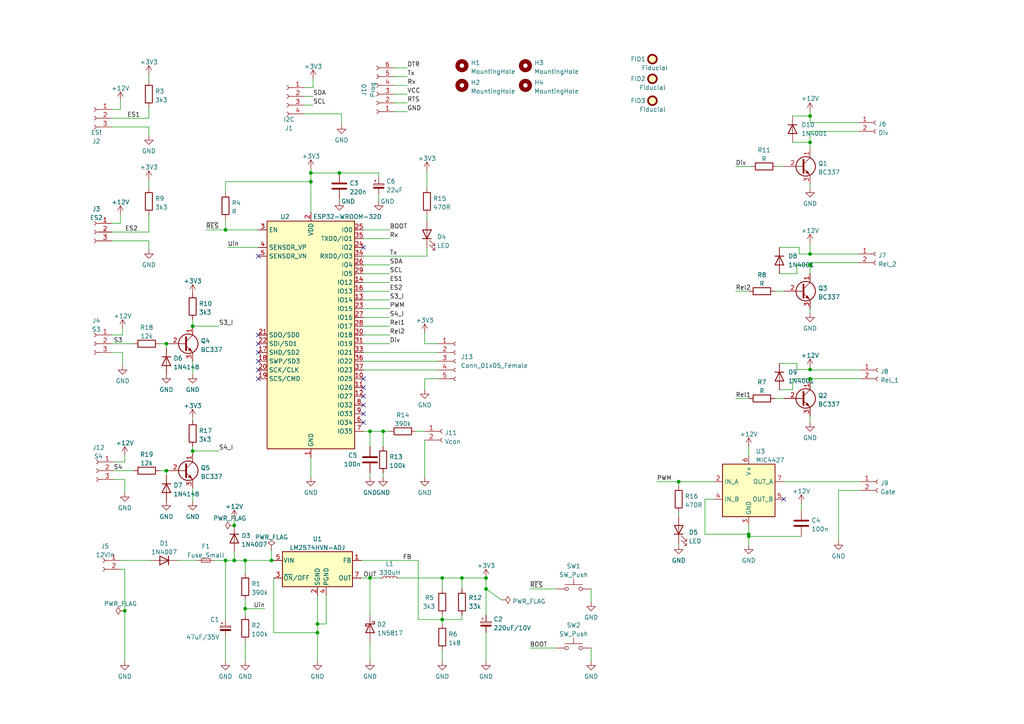
<source format=kicad_sch>
(kicad_sch (version 20211123) (generator eeschema)
  (paper "A4")
  (title_block (title "ESPnow_Receiver") (date "2022-07-26") (rev "0.1") (company "42nibbles") (comment 1 "Dieter") (comment 3 "mit Schlumpf") (comment 4 "Empfänger für Looping-Louis"))
  (junction (at 36.195 177.165))
  (junction (at 71.12 176.53))
  (junction (at 92.075 180.975))
  (junction (at 234.95 107.2011))
  (junction (at 234.95 76.835))
  (junction (at 78.74 162.56))
  (junction (at 140.97 167.64))
  (junction (at 65.405 162.56))
  (junction (at 48.26 136.525))
  (junction (at 128.27 179.705))
  (junction (at 65.405 66.675))
  (junction (at 55.88 94.615))
  (junction (at 90.17 52.705))
  (junction (at 67.945 152.4))
  (junction (at 90.17 50.165))
  (junction (at 234.95 73.66))
  (junction (at 140.97 170.815))
  (junction (at 92.075 183.515))
  (junction (at 55.88 130.81))
  (junction (at 234.95 33.655))
  (junction (at 107.315 125.095))
  (junction (at 67.945 162.56))
  (junction (at 48.26 99.695))
  (junction (at 217.17 155.575))
  (junction (at 234.95 109.8682))
  (junction (at 111.125 125.095))
  (junction (at 107.315 167.64))
  (junction (at 234.95 41.275))
  (junction (at 71.12 162.56))
  (junction (at 128.27 167.64))
  (junction (at 98.425 50.165))
  (junction (at 196.85 139.7))
  (junction (at 133.985 167.64))
  (junction (at 217.17 154.94))
  (no_connect (at 74.93 99.695))
  (no_connect (at 74.93 107.315))
  (no_connect (at 74.93 97.155))
  (no_connect (at 74.93 104.775))
  (no_connect (at 74.93 102.235))
  (no_connect (at 74.93 109.855))
  (no_connect (at 227.33 144.78))
  (no_connect (at 74.93 74.295))
  (no_connect (at 105.41 112.395))
  (no_connect (at 105.41 109.855))
  (no_connect (at 105.41 117.475))
  (no_connect (at 105.41 114.935))
  (no_connect (at 105.41 122.555))
  (no_connect (at 105.41 120.015))
  (no_connect (at 105.41 71.755))
  (wire (pts (xy 33.02 136.525) (xy 38.735 136.525)))
  (wire (pts (xy 78.74 162.56) (xy 79.375 162.56)))
  (wire (pts (xy 109.855 56.515) (xy 109.855 58.42)))
  (wire (pts (xy 196.85 139.7) (xy 207.01 139.7)))
  (wire (pts (xy 128.27 167.64) (xy 128.27 170.815)))
  (wire (pts (xy 88.265 27.94) (xy 90.805 27.94)))
  (wire (pts (xy 234.95 109.8682) (xy 229.87 109.8682)))
  (wire (pts (xy 204.47 154.94) (xy 204.47 144.78)))
  (wire (pts (xy 248.92 38.1) (xy 234.95 38.1)))
  (wire (pts (xy 88.265 33.02) (xy 99.06 33.02)))
  (wire (pts (xy 71.12 162.56) (xy 78.74 162.56)))
  (wire (pts (xy 90.17 48.895) (xy 90.17 50.165)))
  (wire (pts (xy 105.41 86.995) (xy 113.03 86.995)))
  (wire (pts (xy 65.405 162.56) (xy 67.945 162.56)))
  (wire (pts (xy 55.88 92.71) (xy 55.88 94.615)))
  (wire (pts (xy 133.985 167.64) (xy 133.985 170.815)))
  (wire (pts (xy 67.945 162.56) (xy 71.12 162.56)))
  (wire (pts (xy 105.41 79.375) (xy 113.03 79.375)))
  (wire (pts (xy 229.87 113.03) (xy 226.06 113.03)))
  (wire (pts (xy 114.3 27.305) (xy 118.11 27.305)))
  (wire (pts (xy 105.41 107.315) (xy 127.0743 107.315)))
  (wire (pts (xy 92.075 180.975) (xy 92.075 183.515)))
  (wire (pts (xy 128.27 179.705) (xy 133.985 179.705)))
  (wire (pts (xy 55.88 94.615) (xy 63.5 94.615)))
  (wire (pts (xy 65.405 55.88) (xy 65.405 52.705)))
  (wire (pts (xy 71.12 186.055) (xy 71.12 191.77)))
  (wire (pts (xy 105.41 97.155) (xy 113.03 97.155)))
  (wire (pts (xy 71.12 176.53) (xy 76.835 176.53)))
  (wire (pts (xy 234.95 89.535) (xy 234.95 90.805)))
  (wire (pts (xy 104.775 167.64) (xy 107.315 167.64)))
  (wire (pts (xy 43.18 69.85) (xy 43.18 72.39)))
  (wire (pts (xy 229.87 109.8682) (xy 229.87 113.03)))
  (wire (pts (xy 34.925 162.56) (xy 43.815 162.56)))
  (wire (pts (xy 55.88 130.81) (xy 63.5 130.81)))
  (wire (pts (xy 234.95 107.2011) (xy 234.95 106.68)))
  (wire (pts (xy 55.88 129.54) (xy 55.88 130.81)))
  (wire (pts (xy 32.385 34.29) (xy 43.18 34.29)))
  (wire (pts (xy 224.79 84.455) (xy 227.33 84.455)))
  (wire (pts (xy 153.67 170.815) (xy 161.29 170.815)))
  (wire (pts (xy 140.97 167.64) (xy 140.97 170.815)))
  (wire (pts (xy 217.17 152.4) (xy 217.17 154.94)))
  (wire (pts (xy 217.17 155.575) (xy 232.41 155.575)))
  (wire (pts (xy 128.27 188.595) (xy 128.27 191.77)))
  (wire (pts (xy 65.405 52.705) (xy 90.17 52.705)))
  (wire (pts (xy 128.27 179.705) (xy 128.27 180.975)))
  (wire (pts (xy 94.615 172.72) (xy 94.615 180.975)))
  (wire (pts (xy 71.12 176.53) (xy 71.12 178.435)))
  (wire (pts (xy 234.95 33.655) (xy 234.95 35.56)))
  (wire (pts (xy 204.47 144.78) (xy 207.01 144.78)))
  (wire (pts (xy 217.17 129.54) (xy 217.17 132.08)))
  (wire (pts (xy 107.315 167.64) (xy 110.49 167.64)))
  (wire (pts (xy 234.95 110.49) (xy 234.95 109.8682)))
  (wire (pts (xy 105.41 69.215) (xy 113.03 69.215)))
  (wire (pts (xy 65.405 63.5) (xy 65.405 66.675)))
  (wire (pts (xy 105.41 84.455) (xy 113.03 84.455)))
  (wire (pts (xy 48.26 99.695) (xy 48.26 100.965)))
  (wire (pts (xy 105.41 125.095) (xy 107.315 125.095)))
  (wire (pts (xy 123.19 96.52) (xy 123.19 99.695)))
  (wire (pts (xy 234.95 38.1) (xy 234.95 41.275)))
  (wire (pts (xy 43.18 36.83) (xy 43.18 39.37)))
  (wire (pts (xy 217.17 154.94) (xy 217.17 155.575)))
  (wire (pts (xy 114.3 24.765) (xy 118.11 24.765)))
  (wire (pts (xy 229.87 41.275) (xy 234.95 41.275)))
  (wire (pts (xy 105.41 92.075) (xy 113.03 92.075)))
  (wire (pts (xy 32.385 64.77) (xy 34.925 64.77)))
  (wire (pts (xy 65.405 66.675) (xy 74.93 66.675)))
  (wire (pts (xy 227.33 139.7) (xy 249.555 139.7)))
  (wire (pts (xy 217.17 155.575) (xy 217.17 158.115)))
  (wire (pts (xy 123.19 109.855) (xy 127.0743 109.855)))
  (wire (pts (xy 234.95 76.835) (xy 234.95 76.2)))
  (wire (pts (xy 196.85 139.7) (xy 196.85 140.97)))
  (wire (pts (xy 128.27 167.64) (xy 133.985 167.64)))
  (wire (pts (xy 128.27 178.435) (xy 128.27 179.705)))
  (wire (pts (xy 107.315 125.095) (xy 107.315 129.54)))
  (wire (pts (xy 171.45 187.96) (xy 171.45 191.77)))
  (wire (pts (xy 90.17 50.165) (xy 90.17 52.705)))
  (wire (pts (xy 78.74 159.385) (xy 78.74 162.56)))
  (wire (pts (xy 34.925 165.1) (xy 36.195 165.1)))
  (wire (pts (xy 133.985 167.64) (xy 140.97 167.64)))
  (wire (pts (xy 234.95 109.8682) (xy 234.95 109.855)))
  (wire (pts (xy 114.3 22.225) (xy 118.11 22.225)))
  (wire (pts (xy 227.33 115.57) (xy 224.79 115.57)))
  (wire (pts (xy 105.41 99.695) (xy 113.03 99.695)))
  (wire (pts (xy 231.7882 73.66) (xy 234.95 73.66)))
  (wire (pts (xy 231.14 107.2011) (xy 234.95 107.2011)))
  (wire (pts (xy 105.41 102.235) (xy 127.0743 102.235)))
  (wire (pts (xy 121.285 162.56) (xy 121.285 179.705)))
  (wire (pts (xy 32.385 31.75) (xy 34.925 31.75)))
  (wire (pts (xy 123.825 74.295) (xy 123.825 71.755)))
  (wire (pts (xy 46.355 99.695) (xy 48.26 99.695)))
  (wire (pts (xy 109.855 50.165) (xy 109.855 51.435)))
  (wire (pts (xy 171.45 170.815) (xy 171.45 174.625)))
  (wire (pts (xy 140.97 170.815) (xy 140.97 178.435)))
  (wire (pts (xy 123.825 49.53) (xy 123.825 54.61)))
  (wire (pts (xy 243.205 142.24) (xy 243.205 156.845)))
  (wire (pts (xy 231.14 105.41) (xy 231.14 107.2011)))
  (wire (pts (xy 34.925 29.21) (xy 34.925 31.75)))
  (wire (pts (xy 226.06 71.755) (xy 231.7882 71.755)))
  (wire (pts (xy 234.95 35.56) (xy 248.92 35.56)))
  (wire (pts (xy 213.36 48.26) (xy 217.805 48.26)))
  (wire (pts (xy 105.41 94.615) (xy 113.03 94.615)))
  (wire (pts (xy 34.925 62.23) (xy 34.925 64.77)))
  (wire (pts (xy 90.17 50.165) (xy 98.425 50.165)))
  (wire (pts (xy 59.69 66.675) (xy 65.405 66.675)))
  (wire (pts (xy 98.425 50.165) (xy 109.855 50.165)))
  (wire (pts (xy 105.41 81.915) (xy 113.03 81.915)))
  (wire (pts (xy 107.315 137.16) (xy 107.315 138.43)))
  (wire (pts (xy 55.88 121.285) (xy 55.88 121.92)))
  (wire (pts (xy 229.87 33.655) (xy 234.95 33.655)))
  (wire (pts (xy 226.06 105.41) (xy 231.14 105.41)))
  (wire (pts (xy 121.285 179.705) (xy 128.27 179.705)))
  (wire (pts (xy 234.95 70.485) (xy 234.95 73.66)))
  (wire (pts (xy 35.56 95.25) (xy 35.56 97.155)))
  (wire (pts (xy 105.41 104.775) (xy 127.0743 104.775)))
  (wire (pts (xy 234.95 107.315) (xy 234.95 107.2011)))
  (wire (pts (xy 36.195 132.08) (xy 36.195 133.985)))
  (wire (pts (xy 213.36 115.57) (xy 217.17 115.57)))
  (wire (pts (xy 46.355 136.525) (xy 48.26 136.525)))
  (wire (pts (xy 79.375 183.515) (xy 92.075 183.515)))
  (wire (pts (xy 234.95 120.65) (xy 234.95 122.555)))
  (wire (pts (xy 231.14 79.375) (xy 231.14 76.835)))
  (wire (pts (xy 123.825 62.23) (xy 123.825 64.135)))
  (wire (pts (xy 111.125 137.16) (xy 111.125 138.43)))
  (wire (pts (xy 105.41 89.535) (xy 113.03 89.535)))
  (wire (pts (xy 225.425 48.26) (xy 227.33 48.26)))
  (wire (pts (xy 55.88 130.81) (xy 55.88 131.445)))
  (wire (pts (xy 114.3 32.385) (xy 118.11 32.385)))
  (wire (pts (xy 213.36 84.455) (xy 217.17 84.455)))
  (wire (pts (xy 196.85 157.48) (xy 196.85 158.115)))
  (wire (pts (xy 98.425 57.785) (xy 98.425 58.42)))
  (wire (pts (xy 231.7882 71.755) (xy 231.7882 73.66)))
  (wire (pts (xy 92.075 183.515) (xy 92.075 191.77)))
  (wire (pts (xy 114.3 19.685) (xy 118.11 19.685)))
  (wire (pts (xy 234.95 79.375) (xy 234.95 76.835)))
  (wire (pts (xy 196.85 148.59) (xy 196.85 149.86)))
  (wire (pts (xy 66.04 71.755) (xy 74.93 71.755)))
  (wire (pts (xy 33.02 139.065) (xy 36.195 139.065)))
  (wire (pts (xy 231.14 76.835) (xy 234.95 76.835)))
  (wire (pts (xy 114.3 29.845) (xy 118.11 29.845)))
  (wire (pts (xy 111.125 125.095) (xy 111.125 129.54)))
  (wire (pts (xy 88.265 30.48) (xy 90.805 30.48)))
  (wire (pts (xy 32.385 97.155) (xy 35.56 97.155)))
  (wire (pts (xy 32.385 69.85) (xy 43.18 69.85)))
  (wire (pts (xy 33.02 133.985) (xy 36.195 133.985)))
  (wire (pts (xy 92.075 172.72) (xy 92.075 180.975)))
  (wire (pts (xy 55.88 141.605) (xy 55.88 145.415)))
  (wire (pts (xy 35.56 102.235) (xy 35.56 106.045)))
  (wire (pts (xy 140.97 183.515) (xy 140.97 191.77)))
  (wire (pts (xy 249.555 107.315) (xy 234.95 107.315)))
  (wire (pts (xy 36.195 177.165) (xy 36.195 191.77)))
  (wire (pts (xy 43.18 52.07) (xy 43.18 54.61)))
  (wire (pts (xy 36.195 165.1) (xy 36.195 177.165)))
  (wire (pts (xy 67.945 160.02) (xy 67.945 162.56)))
  (wire (pts (xy 90.17 52.705) (xy 90.17 61.595)))
  (wire (pts (xy 36.195 139.065) (xy 36.195 142.875)))
  (wire (pts (xy 88.265 25.4) (xy 90.805 25.4)))
  (wire (pts (xy 248.92 73.66) (xy 234.95 73.66)))
  (wire (pts (xy 111.125 125.095) (xy 113.03 125.095)))
  (wire (pts (xy 32.385 102.235) (xy 35.56 102.235)))
  (wire (pts (xy 79.375 167.64) (xy 79.375 183.515)))
  (wire (pts (xy 234.95 41.275) (xy 234.95 43.18)))
  (wire (pts (xy 55.88 104.775) (xy 55.88 108.585)))
  (wire (pts (xy 65.405 162.56) (xy 65.405 179.705)))
  (wire (pts (xy 105.41 76.835) (xy 113.03 76.835)))
  (wire (pts (xy 51.435 162.56) (xy 57.15 162.56)))
  (wire (pts (xy 234.95 109.855) (xy 249.555 109.855)))
  (wire (pts (xy 62.23 162.56) (xy 65.405 162.56)))
  (wire (pts (xy 153.67 187.96) (xy 161.29 187.96)))
  (wire (pts (xy 65.405 184.785) (xy 65.405 191.77)))
  (wire (pts (xy 90.805 22.86) (xy 90.805 25.4)))
  (wire (pts (xy 133.985 179.705) (xy 133.985 178.435)))
  (wire (pts (xy 115.57 167.64) (xy 128.27 167.64)))
  (wire (pts (xy 145.415 173.99) (xy 140.97 170.815)))
  (wire (pts (xy 71.12 162.56) (xy 71.12 166.37)))
  (wire (pts (xy 234.95 32.385) (xy 234.95 33.655)))
  (wire (pts (xy 107.315 125.095) (xy 111.125 125.095)))
  (wire (pts (xy 232.41 146.05) (xy 232.41 147.955)))
  (wire (pts (xy 123.19 127.635) (xy 123.19 138.43)))
  (wire (pts (xy 104.775 162.56) (xy 121.285 162.56)))
  (wire (pts (xy 67.945 150.495) (xy 67.945 152.4)))
  (wire (pts (xy 105.41 66.675) (xy 113.03 66.675)))
  (wire (pts (xy 120.65 125.095) (xy 123.19 125.095)))
  (wire (pts (xy 234.95 53.34) (xy 234.95 54.61)))
  (wire (pts (xy 107.315 186.055) (xy 107.315 191.77)))
  (wire (pts (xy 90.17 132.715) (xy 90.17 138.43)))
  (wire (pts (xy 99.06 33.02) (xy 99.06 36.195)))
  (wire (pts (xy 217.17 154.94) (xy 204.47 154.94)))
  (wire (pts (xy 249.555 142.24) (xy 243.205 142.24)))
  (wire (pts (xy 123.19 113.03) (xy 123.19 109.855)))
  (wire (pts (xy 48.26 136.525) (xy 48.26 137.795)))
  (wire (pts (xy 71.12 173.99) (xy 71.12 176.53)))
  (wire (pts (xy 43.18 34.29) (xy 43.18 31.115)))
  (wire (pts (xy 32.385 67.31) (xy 43.18 67.31)))
  (wire (pts (xy 43.18 67.31) (xy 43.18 62.23)))
  (wire (pts (xy 234.95 76.2) (xy 248.92 76.2)))
  (wire (pts (xy 107.315 167.64) (xy 107.315 178.435)))
  (wire (pts (xy 190.5 139.7) (xy 196.85 139.7)))
  (wire (pts (xy 94.615 180.975) (xy 92.075 180.975)))
  (wire (pts (xy 123.19 99.695) (xy 127.0743 99.695)))
  (wire (pts (xy 43.18 21.59) (xy 43.18 23.495)))
  (wire (pts (xy 105.41 74.295) (xy 123.825 74.295)))
  (wire (pts (xy 32.385 99.695) (xy 38.735 99.695)))
  (wire (pts (xy 226.06 79.375) (xy 231.14 79.375)))
  (wire (pts (xy 32.385 36.83) (xy 43.18 36.83)))
  (label "BOOT" (at 113.03 66.675 0))
  (label "OUT" (at 105.41 167.64 0))
  (label "Rel2" (at 113.03 97.155 0))
  (label "PWM" (at 190.5 139.7 0))
  (label "Tx" (at 113.03 74.295 0))
  (label "SCL" (at 90.805 30.48 0))
  (label "Tx" (at 118.11 22.225 0))
  (label "ES1" (at 40.64 34.29 180))
  (label "Div" (at 113.03 99.695 0))
  (label "GND" (at 118.11 32.385 0))
  (label "~{RES}" (at 153.67 170.815 0))
  (label "S4_I" (at 113.03 92.075 0))
  (label "Uin" (at 66.04 71.755 0))
  (label "RTS" (at 118.11 29.845 0))
  (label "S4_I" (at 63.5 130.81 0))
  (label "S3_I" (at 63.5 94.615 0))
  (label "Rx" (at 113.03 69.215 0))
  (label "FB" (at 116.84 162.56 0))
  (label "S3" (at 35.56 99.695 180))
  (label "ES2" (at 113.03 84.455 0))
  (label "Rx" (at 118.11 24.765 0))
  (label "S4" (at 35.56 136.525 180))
  (label "BOOT" (at 153.67 187.96 0))
  (label "SCL" (at 113.03 79.375 0))
  (label "Rel2" (at 213.36 84.455 0))
  (label "Div" (at 213.36 48.26 0))
  (label "~{RES}" (at 59.69 66.675 0))
  (label "S3_I" (at 113.03 86.995 0))
  (label "ES2" (at 40.005 67.31 180))
  (label "Uin" (at 76.835 176.53 180))
  (label "SDA" (at 113.03 76.835 0))
  (label "VCC" (at 118.11 27.305 0))
  (label "Rel1" (at 113.03 94.615 0))
  (label "DTR" (at 118.11 19.685 0))
  (label "PWM" (at 113.03 89.535 0))
  (label "SDA" (at 90.805 27.94 0))
  (label "ES1" (at 113.03 81.915 0))
  (label "Rel1" (at 213.36 115.57 0))
  (symbol (lib_id "Device:L_Small") (at 113.03 167.64 90) (unit 1)
    (property "Reference" "L1" (at 113.03 163.5592 90))
    (property "Value" "330uH" (at 113.03 166.0961 90))
    (property "Footprint" "Inductor_THT:L_Radial_D10.0mm_P5.00mm_Neosid_SD12_style3" (effects hide))
  )
  (symbol (lib_id "Device:R") (at 128.27 174.625 0) (unit 1)
    (property "Reference" "R5" (at 123.19 173.355 0) (effects (justify left)))
    (property "Value" "3k3" (at 122.555 175.895 0) (effects (justify left)))
    (property "Footprint" "Resistor_THT:R_Axial_DIN0207_L6.3mm_D2.5mm_P10.16mm_Horizontal" (effects hide))
  )
  (symbol (lib_id "power:GND") (at 234.95 54.61 0) (unit 1)
    (property "Reference" "#PWR010" (effects hide))
    (property "Value" "GND" (at 234.95 59.0534 0))
  )
  (symbol (lib_id "Connector:Conn_01x03_Female") (at 27.305 67.31 0) (mirror y) (unit 1)
    (property "Reference" "J3" (at 27.94 60.613 0))
    (property "Value" "ES2" (at 27.94 63.1499 0))
    (property "Footprint" "Connector_Phoenix_MSTB:PhoenixContact_MSTBA_2,5_3-G-5,08_1x03_P5.08mm_Horizontal" (effects hide))
  )
  (symbol (lib_id "power:+12V") (at 35.56 95.25 0) (unit 1)
    (property "Reference" "#PWR018" (effects hide))
    (property "Value" "+12V" (at 35.56 91.6742 0))
  )
  (symbol (lib_id "power:GND") (at 107.315 191.77 0) (unit 1)
    (property "Reference" "#PWR05" (effects hide))
    (property "Value" "GND" (at 107.315 196.2134 0))
  )
  (symbol (lib_id "RF_Module:ESP32-WROOM-32D") (at 90.17 97.155 0) (unit 1)
    (property "Reference" "U2" (at 81.28 62.865 0) (effects (justify left)))
    (property "Value" "ESP32-WROOM-32D" (at 90.805 62.865 0) (effects (justify left)))
    (property "Footprint" "RF_Module:ESP32-WROOM-32" (effects hide))
    (property "Datasheet" "https://www.espressif.com/sites/default/files/documentation/esp32-wroom-32d_esp32-wroom-32u_datasheet_en.pdf" (effects hide))
  )
  (symbol (lib_id "Diode:1N4148") (at 48.26 104.775 270) (unit 1)
    (property "Reference" "D6" (at 50.292 103.9403 90) (effects (justify left)))
    (property "Value" "1N4148" (at 50.292 106.4772 90) (effects (justify left)))
    (property "Footprint" "Diode_THT:D_DO-35_SOD27_P7.62mm_Horizontal" (effects hide))
    (property "Datasheet" "https://assets.nexperia.com/documents/data-sheet/1N4148_1N4448.pdf" (effects hide))
  )
  (symbol (lib_id "Driver_FET:MIC4427") (at 217.17 142.24 0) (unit 1)
    (property "Reference" "U3" (at 219.1894 130.9202 0) (effects (justify left)))
    (property "Value" "MIC4427" (at 219.1894 133.4571 0) (effects (justify left)))
    (property "Footprint" "Package_DIP:DIP-8_W7.62mm" (effects hide))
    (property "Datasheet" "http://ww1.microchip.com/downloads/en/DeviceDoc/mic4426.pdf" (effects hide))
  )
  (symbol (lib_id "Connector:Conn_01x02_Female") (at 254.635 107.315 0) (unit 1)
    (property "Reference" "J8" (at 255.3462 107.7503 0) (effects (justify left)))
    (property "Value" "Rel_1" (at 255.3462 110.2872 0) (effects (justify left)))
    (property "Footprint" "Connector_Phoenix_MSTB:PhoenixContact_MSTBA_2,5_2-G_1x02_P5.00mm_Horizontal" (effects hide))
  )
  (symbol (lib_id "Diode:1N5817") (at 107.315 182.245 270) (unit 1)
    (property "Reference" "D2" (at 109.347 181.0928 90) (effects (justify left)))
    (property "Value" "1N5817" (at 109.347 183.6297 90) (effects (justify left)))
    (property "Footprint" "Diode_THT:D_DO-41_SOD81_P10.16mm_Horizontal" (effects hide))
    (property "Datasheet" "http://www.vishay.com/docs/88525/1n5817.pdf" (effects hide))
  )
  (symbol (lib_id "Device:R") (at 65.405 59.69 0) (unit 1)
    (property "Reference" "R4" (at 67.183 58.8553 0) (effects (justify left)))
    (property "Value" "R" (at 67.183 61.3922 0) (effects (justify left)))
    (property "Footprint" "Resistor_THT:R_Axial_DIN0207_L6.3mm_D2.5mm_P10.16mm_Horizontal" (effects hide))
  )
  (symbol (lib_id "Connector:Conn_01x02_Female") (at 29.845 162.56 0) (mirror y) (unit 1)
    (property "Reference" "J5" (at 30.48 158.403 0))
    (property "Value" "12Vin" (at 30.48 160.9399 0))
    (property "Footprint" "Connector_Phoenix_MSTB:PhoenixContact_MSTBA_2,5_2-G_1x02_P5.00mm_Horizontal" (effects hide))
  )
  (symbol (lib_id "power:GND") (at 36.195 142.875 0) (unit 1)
    (property "Reference" "#PWR0109" (effects hide))
    (property "Value" "GND" (at 36.195 147.3184 0))
  )
  (symbol (lib_id "power:+12V") (at 36.195 132.08 0) (unit 1)
    (property "Reference" "#PWR0108" (effects hide))
    (property "Value" "+12V" (at 36.195 128.5042 0))
  )
  (symbol (lib_id "power:GND") (at 171.45 174.625 0) (unit 1)
    (property "Reference" "#PWR034" (effects hide))
    (property "Value" "GND" (at 171.45 179.0684 0))
  )
  (symbol (lib_id "Device:R") (at 55.88 88.9 0) (unit 1)
    (property "Reference" "R10" (at 57.658 88.0653 0) (effects (justify left)))
    (property "Value" "3k3" (at 57.658 90.6022 0) (effects (justify left)))
    (property "Footprint" "Resistor_THT:R_Axial_DIN0207_L6.3mm_D2.5mm_P10.16mm_Horizontal" (effects hide))
  )
  (symbol (lib_id "Connector:Conn_01x03_Female") (at 27.305 99.695 0) (mirror y) (unit 1)
    (property "Reference" "J4" (at 27.94 92.998 0))
    (property "Value" "S3" (at 27.94 95.5349 0))
    (property "Footprint" "Connector_Phoenix_MSTB:PhoenixContact_MSTBA_2,5_3-G-5,08_1x03_P5.08mm_Horizontal" (effects hide))
  )
  (symbol (lib_id "power:GND") (at 217.17 158.115 0) (unit 1)
    (property "Reference" "#PWR08" (effects hide))
    (property "Value" "GND" (at 217.17 162.5584 0))
  )
  (symbol (lib_id "Device:R") (at 71.12 170.18 0) (unit 1)
    (property "Reference" "R1" (at 72.898 169.3453 0) (effects (justify left)))
    (property "Value" "390k" (at 72.898 171.8822 0) (effects (justify left)))
    (property "Footprint" "Resistor_THT:R_Axial_DIN0207_L6.3mm_D2.5mm_P10.16mm_Horizontal" (effects hide))
  )
  (symbol (lib_id "Connector:Conn_01x02_Female") (at 254 35.56 0) (unit 1)
    (property "Reference" "J6" (at 254.7112 35.9953 0) (effects (justify left)))
    (property "Value" "Div" (at 254.7112 38.5322 0) (effects (justify left)))
    (property "Footprint" "Connector_Phoenix_MSTB:PhoenixContact_MSTBA_2,5_2-G_1x02_P5.00mm_Horizontal" (effects hide))
  )
  (symbol (lib_id "power:+3V3") (at 123.825 49.53 0) (unit 1)
    (property "Reference" "#PWR0106" (effects hide))
    (property "Value" "+3V3" (at 123.825 45.9542 0))
  )
  (symbol (lib_id "power:+12V") (at 34.925 62.23 0) (unit 1)
    (property "Reference" "#PWR017" (effects hide))
    (property "Value" "+12V" (at 34.925 58.6542 0))
  )
  (symbol (lib_id "Device:R") (at 133.985 174.625 0) (unit 1)
    (property "Reference" "R12" (at 135.89 173.355 0) (effects (justify left)))
    (property "Value" "33k" (at 135.89 175.895 0) (effects (justify left)))
    (property "Footprint" "Resistor_THT:R_Axial_DIN0207_L6.3mm_D2.5mm_P10.16mm_Horizontal" (effects hide))
  )
  (symbol (lib_id "Diode:1N4001") (at 229.87 37.465 270) (unit 1)
    (property "Reference" "D10" (at 232.41 36.1949 90) (effects (justify left)))
    (property "Value" "1N4001" (at 232.41 38.7349 90) (effects (justify left)))
    (property "Footprint" "Diode_THT:D_DO-41_SOD81_P10.16mm_Horizontal" (effects hide))
    (property "Datasheet" "http://www.vishay.com/docs/88503/1n4001.pdf" (effects hide))
  )
  (symbol (lib_id "Transistor_BJT:BC337") (at 232.41 115.57 0) (unit 1)
    (property "Reference" "Q2" (at 237.2614 114.7353 0) (effects (justify left)))
    (property "Value" "BC337" (at 237.2614 117.2722 0) (effects (justify left)))
    (property "Footprint" "Package_TO_SOT_THT:TO-92_HandSolder" (effects hide))
    (property "Datasheet" "https://diotec.com/tl_files/diotec/files/pdf/datasheets/bc337.pdf" (effects hide))
  )
  (symbol (lib_id "power:GND") (at 65.405 191.77 0) (unit 1)
    (property "Reference" "#PWR022" (effects hide))
    (property "Value" "GND" (at 65.405 196.2134 0))
  )
  (symbol (lib_id "Connector:Conn_01x03_Female") (at 27.305 34.29 0) (mirror y) (unit 1)
    (property "Reference" "J2" (at 27.94 40.987 0))
    (property "Value" "ES!" (at 27.94 38.4501 0))
    (property "Footprint" "Connector_Phoenix_MSTB:PhoenixContact_MSTBA_2,5_3-G-5,08_1x03_P5.08mm_Horizontal" (effects hide))
  )
  (symbol (lib_id "Device:R") (at 43.18 58.42 0) (unit 1)
    (property "Reference" "R9" (at 44.958 57.5853 0) (effects (justify left)))
    (property "Value" "3k3" (at 44.958 60.1222 0) (effects (justify left)))
    (property "Footprint" "Resistor_THT:R_Axial_DIN0207_L6.3mm_D2.5mm_P10.16mm_Horizontal" (effects hide))
  )
  (symbol (lib_id "Device:R") (at 71.12 182.245 0) (unit 1)
    (property "Reference" "R2" (at 72.898 181.4103 0) (effects (justify left)))
    (property "Value" "100k" (at 72.898 183.9472 0) (effects (justify left)))
    (property "Footprint" "Resistor_THT:R_Axial_DIN0207_L6.3mm_D2.5mm_P10.16mm_Horizontal" (effects hide))
  )
  (symbol (lib_id "Transistor_BJT:BC337") (at 53.34 136.525 0) (unit 1)
    (property "Reference" "Q5" (at 58.1914 135.6903 0) (effects (justify left)))
    (property "Value" "BC337" (at 58.1914 138.2272 0) (effects (justify left)))
    (property "Footprint" "Package_TO_SOT_THT:TO-92_HandSolder" (effects hide))
    (property "Datasheet" "https://diotec.com/tl_files/diotec/files/pdf/datasheets/bc337.pdf" (effects hide))
  )
  (symbol (lib_id "Device:R") (at 111.125 133.35 0) (unit 1)
    (property "Reference" "R13" (at 112.903 132.5153 0) (effects (justify left)))
    (property "Value" "100k" (at 112.903 135.0522 0) (effects (justify left)))
    (property "Footprint" "Resistor_THT:R_Axial_DIN0207_L6.3mm_D2.5mm_P10.16mm_Horizontal" (effects hide))
  )
  (symbol (lib_id "Diode:1N4007") (at 67.945 156.21 270) (unit 1)
    (property "Reference" "D3" (at 69.977 155.3753 90) (effects (justify left)))
    (property "Value" "1N4007" (at 69.977 157.9122 90) (effects (justify left)))
    (property "Footprint" "Diode_THT:D_DO-41_SOD81_P10.16mm_Horizontal" (effects hide))
    (property "Datasheet" "http://www.vishay.com/docs/88503/1n4001.pdf" (effects hide))
  )
  (symbol (lib_id "Connector:Conn_01x06_Female") (at 109.22 27.305 180) (unit 1)
    (property "Reference" "J10" (at 105.571 26.035 90))
    (property "Value" "Prog" (at 108.1079 26.035 90))
    (property "Footprint" "Connector_PinSocket_2.54mm:PinSocket_1x06_P2.54mm_Vertical" (effects hide))
  )
  (symbol (lib_id "Connector:Conn_01x02_Female") (at 254 73.66 0) (unit 1)
    (property "Reference" "J7" (at 254.7112 74.0953 0) (effects (justify left)))
    (property "Value" "Rel_2" (at 254.7112 76.6322 0) (effects (justify left)))
    (property "Footprint" "Connector_Phoenix_MSTB:PhoenixContact_MSTBA_2,5_2-G_1x02_P5.00mm_Horizontal" (effects hide))
  )
  (symbol (lib_id "Mechanical:MountingHole") (at 133.985 24.765 0) (unit 1)
    (property "Reference" "H2" (at 136.525 23.9303 0) (effects (justify left)))
    (property "Value" "MountingHole" (at 136.525 26.4672 0) (effects (justify left)))
    (property "Footprint" "MountingHole:MountingHole_3.2mm_M3" (effects hide))
  )
  (symbol (lib_id "Connector:Conn_01x04_Female") (at 83.185 27.94 0) (mirror y) (unit 1)
    (property "Reference" "J1" (at 83.82 37.177 0))
    (property "Value" "I2C" (at 83.82 34.6401 0))
    (property "Footprint" "Connector_Molex:Molex_KK-254_AE-6410-04A_1x04_P2.54mm_Vertical" (effects hide))
  )
  (symbol (lib_id "Mechanical:MountingHole") (at 133.985 19.05 0) (unit 1)
    (property "Reference" "H1" (at 136.525 18.2153 0) (effects (justify left)))
    (property "Value" "MountingHole" (at 136.525 20.7522 0) (effects (justify left)))
    (property "Footprint" "MountingHole:MountingHole_3.2mm_M3" (effects hide))
  )
  (symbol (lib_id "power:+12V") (at 67.945 150.495 0) (unit 1)
    (property "Reference" "#PWR023" (effects hide))
    (property "Value" "+12V" (at 67.945 146.9192 0))
  )
  (symbol (lib_id "Diode:1N4148") (at 48.26 141.605 270) (unit 1)
    (property "Reference" "D7" (at 50.292 140.7703 90) (effects (justify left)))
    (property "Value" "1N4148" (at 50.292 143.3072 90) (effects (justify left)))
    (property "Footprint" "Diode_THT:D_DO-35_SOD27_P7.62mm_Horizontal" (effects hide))
    (property "Datasheet" "https://assets.nexperia.com/documents/data-sheet/1N4148_1N4448.pdf" (effects hide))
  )
  (symbol (lib_id "power:GND") (at 109.855 58.42 0) (unit 1)
    (property "Reference" "#PWR035" (effects hide))
    (property "Value" "GND" (at 112.395 58.42 0))
  )
  (symbol (lib_id "power:GND") (at 36.195 191.77 0) (unit 1)
    (property "Reference" "#PWR01" (effects hide))
    (property "Value" "GND" (at 36.195 196.2134 0))
  )
  (symbol (lib_id "power:GND") (at 35.56 106.045 0) (unit 1)
    (property "Reference" "#PWR014" (effects hide))
    (property "Value" "GND" (at 35.56 110.4884 0))
  )
  (symbol (lib_id "power:PWR_FLAG") (at 36.195 177.165 90) (unit 1)
    (property "Reference" "#FLG0101" (effects hide))
    (property "Value" "PWR_FLAG" (at 34.925 175.1132 90))
  )
  (symbol (lib_id "power:+12V") (at 34.925 29.21 0) (unit 1)
    (property "Reference" "#PWR016" (effects hide))
    (property "Value" "+12V" (at 34.925 25.6342 0))
  )
  (symbol (lib_id "Diode:1N4007") (at 47.625 162.56 180) (unit 1)
    (property "Reference" "D1" (at 47.625 157.5902 0))
    (property "Value" "1N4007" (at 47.625 160.1271 0))
    (property "Footprint" "Diode_THT:D_DO-41_SOD81_P10.16mm_Horizontal" (effects hide))
    (property "Datasheet" "http://www.vishay.com/docs/88503/1n4001.pdf" (effects hide))
  )
  (symbol (lib_id "power:GND") (at 92.075 191.77 0) (unit 1)
    (property "Reference" "#PWR03" (effects hide))
    (property "Value" "GND" (at 92.075 196.2134 0))
  )
  (symbol (lib_id "power:GND") (at 196.85 158.115 0) (unit 1)
    (property "Reference" "#PWR0105" (effects hide))
    (property "Value" "GND" (at 196.85 162.5584 0))
  )
  (symbol (lib_id "power:GND") (at 128.27 191.77 0) (unit 1)
    (property "Reference" "#PWR06" (effects hide))
    (property "Value" "GND" (at 128.27 196.2134 0))
  )
  (symbol (lib_id "power:GND") (at 111.125 138.43 0) (unit 1)
    (property "Reference" "#PWR015" (effects hide))
    (property "Value" "GND" (at 111.125 142.8734 0))
  )
  (symbol (lib_id "Transistor_BJT:BC337") (at 232.41 84.455 0) (unit 1)
    (property "Reference" "Q3" (at 237.2614 83.6203 0) (effects (justify left)))
    (property "Value" "BC337" (at 237.2614 86.1572 0) (effects (justify left)))
    (property "Footprint" "Package_TO_SOT_THT:TO-92_HandSolder" (effects hide))
    (property "Datasheet" "https://diotec.com/tl_files/diotec/files/pdf/datasheets/bc337.pdf" (effects hide))
  )
  (symbol (lib_id "power:+3V3") (at 43.18 52.07 0) (unit 1)
    (property "Reference" "#PWR0103" (effects hide))
    (property "Value" "+3V3" (at 43.18 48.4942 0))
  )
  (symbol (lib_id "power:+3V3") (at 123.19 96.52 0) (unit 1)
    (property "Reference" "#PWR036" (effects hide))
    (property "Value" "+3V3" (at 123.19 92.9442 0))
  )
  (symbol (lib_id "power:GND") (at 243.205 156.845 0) (unit 1)
    (property "Reference" "#PWR012" (effects hide))
    (property "Value" "GND" (at 243.205 161.2884 0))
  )
  (symbol (lib_id "power:GND") (at 140.97 191.77 0) (unit 1)
    (property "Reference" "#PWR026" (effects hide))
    (property "Value" "GND" (at 140.97 196.2134 0))
  )
  (symbol (lib_id "power:+3V3") (at 55.88 85.09 0) (unit 1)
    (property "Reference" "#PWR0102" (effects hide))
    (property "Value" "+3V3" (at 55.88 81.5142 0))
  )
  (symbol (lib_id "Device:C") (at 98.425 53.975 0) (unit 1)
    (property "Reference" "C3" (at 101.346 53.1403 0) (effects (justify left)))
    (property "Value" "220n" (at 101.346 55.6772 0) (effects (justify left)))
    (property "Footprint" "Capacitor_THT:C_Disc_D5.0mm_W2.5mm_P5.00mm" (effects hide))
  )
  (symbol (lib_id "Mechanical:Fiducial") (at 189.23 17.145 0) (unit 1)
    (property "Reference" "FID1" (at 182.88 17.145 0) (effects (justify left)))
    (property "Value" "Fiducial" (at 186.055 19.685 0) (effects (justify left)))
    (property "Footprint" "Fiducial:Fiducial_1.5mm_Mask3mm" (effects hide))
  )
  (symbol (lib_id "Device:C_Polarized_Small") (at 140.97 180.975 0) (unit 1)
    (property "Reference" "C2" (at 143.129 179.5942 0) (effects (justify left)))
    (property "Value" "220uF/10V" (at 143.129 182.1311 0) (effects (justify left)))
    (property "Footprint" "Capacitor_THT:CP_Radial_D10.0mm_P3.50mm" (effects hide))
  )
  (symbol (lib_id "power:GND") (at 98.425 58.42 0) (unit 1)
    (property "Reference" "#PWR013" (effects hide))
    (property "Value" "GND" (at 100.965 58.42 0))
  )
  (symbol (lib_id "Switch:SW_Push") (at 166.37 170.815 0) (unit 1)
    (property "Reference" "SW1" (at 166.37 164.1942 0))
    (property "Value" "SW_Push" (at 166.37 166.7311 0))
    (property "Footprint" "Button_Switch_THT:Push_E-Switch_KS01Q01" (effects hide))
  )
  (symbol (lib_id "power:GND") (at 55.88 145.415 0) (unit 1)
    (property "Reference" "#PWR0111" (effects hide))
    (property "Value" "GND" (at 55.88 149.8584 0))
  )
  (symbol (lib_id "Connector:Conn_01x03_Female") (at 27.94 136.525 0) (mirror y) (unit 1)
    (property "Reference" "J12" (at 28.575 129.828 0))
    (property "Value" "S4" (at 28.575 132.3649 0))
    (property "Footprint" "Connector_Phoenix_MSTB:PhoenixContact_MSTBA_2,5_3-G-5,08_1x03_P5.08mm_Horizontal" (effects hide))
  )
  (symbol (lib_id "power:PWR_FLAG") (at 78.74 159.385 0) (unit 1)
    (property "Reference" "#FLG0103" (effects hide))
    (property "Value" "PWR_FLAG" (at 78.74 155.8092 0))
  )
  (symbol (lib_id "Connector:Conn_01x02_Female") (at 254.635 139.7 0) (unit 1)
    (property "Reference" "J9" (at 255.3462 140.1353 0) (effects (justify left)))
    (property "Value" "Gate" (at 255.3462 142.6722 0) (effects (justify left)))
    (property "Footprint" "Connector_Phoenix_MSTB:PhoenixContact_MSTBA_2,5_2-G_1x02_P5.00mm_Horizontal" (effects hide))
  )
  (symbol (lib_id "Regulator_Switching:LM2574HVN-ADJ") (at 92.075 165.1 0) (unit 1)
    (property "Reference" "U1" (at 92.075 156.3202 0))
    (property "Value" "LM2574HVN-ADJ" (at 92.075 158.8571 0))
    (property "Footprint" "Package_DIP:DIP-8_W7.62mm" (effects hide))
    (property "Datasheet" "http://www.national.com/ds/LM/LM2574.pdf" (effects hide))
  )
  (symbol (lib_id "Connector:Conn_01x02_Female") (at 128.27 125.095 0) (unit 1)
    (property "Reference" "J11" (at 128.9812 125.5303 0) (effects (justify left)))
    (property "Value" "Vcon" (at 128.9812 128.0672 0) (effects (justify left)))
    (property "Footprint" "Connector_Molex:Molex_KK-254_AE-6410-02A_1x02_P2.54mm_Vertical" (effects hide))
  )
  (symbol (lib_id "power:+12V") (at 234.95 106.68 0) (unit 1)
    (property "Reference" "#PWR031" (effects hide))
    (property "Value" "+12V" (at 234.95 103.1042 0))
  )
  (symbol (lib_id "Transistor_BJT:BC337") (at 53.34 99.695 0) (unit 1)
    (property "Reference" "Q4" (at 58.1914 98.8603 0) (effects (justify left)))
    (property "Value" "BC337" (at 58.1914 101.3972 0) (effects (justify left)))
    (property "Footprint" "Package_TO_SOT_THT:TO-92_HandSolder" (effects hide))
    (property "Datasheet" "https://diotec.com/tl_files/diotec/files/pdf/datasheets/bc337.pdf" (effects hide))
  )
  (symbol (lib_id "Diode:1N4001") (at 226.06 75.565 270) (unit 1)
    (property "Reference" "D8" (at 228.6 74.2949 90) (effects (justify left)))
    (property "Value" "1N4001" (at 228.6 76.8349 90) (effects (justify left)))
    (property "Footprint" "Diode_THT:D_DO-41_SOD81_P10.16mm_Horizontal" (effects hide))
    (property "Datasheet" "http://www.vishay.com/docs/88503/1n4001.pdf" (effects hide))
  )
  (symbol (lib_id "power:GND") (at 234.95 90.805 0) (unit 1)
    (property "Reference" "#PWR011" (effects hide))
    (property "Value" "GND" (at 234.95 95.2484 0))
  )
  (symbol (lib_id "power:+12V") (at 234.95 70.485 0) (unit 1)
    (property "Reference" "#PWR030" (effects hide))
    (property "Value" "+12V" (at 234.95 66.9092 0))
  )
  (symbol (lib_id "power:GND") (at 48.26 145.415 0) (unit 1)
    (property "Reference" "#PWR0110" (effects hide))
    (property "Value" "GND" (at 48.26 149.8584 0))
  )
  (symbol (lib_id "power:GND") (at 71.12 191.77 0) (unit 1)
    (property "Reference" "#PWR02" (effects hide))
    (property "Value" "GND" (at 71.12 196.2134 0))
  )
  (symbol (lib_id "Device:R") (at 221.615 48.26 90) (unit 1)
    (property "Reference" "R11" (at 221.615 43.5442 90))
    (property "Value" "R" (at 221.615 46.0811 90))
    (property "Footprint" "Resistor_THT:R_Axial_DIN0207_L6.3mm_D2.5mm_P10.16mm_Horizontal" (effects hide))
  )
  (symbol (lib_id "Device:C_Polarized_Small") (at 109.855 53.975 0) (unit 1)
    (property "Reference" "C6" (at 112.014 52.5942 0) (effects (justify left)))
    (property "Value" "22uF" (at 112.014 55.1311 0) (effects (justify left)))
    (property "Footprint" "Capacitor_THT:CP_Radial_D10.0mm_P3.50mm" (effects hide))
  )
  (symbol (lib_id "power:GND") (at 43.18 72.39 0) (unit 1)
    (property "Reference" "#PWR021" (effects hide))
    (property "Value" "GND" (at 43.18 76.8334 0))
  )
  (symbol (lib_id "power:+12V") (at 232.41 146.05 0) (unit 1)
    (property "Reference" "#PWR028" (effects hide))
    (property "Value" "+12V" (at 232.41 142.4742 0))
  )
  (symbol (lib_id "power:GND") (at 107.315 138.43 0) (unit 1)
    (property "Reference" "#PWR033" (effects hide))
    (property "Value" "GND" (at 107.315 142.8734 0))
  )
  (symbol (lib_id "Mechanical:Fiducial") (at 189.23 29.21 0) (unit 1)
    (property "Reference" "FID3" (at 182.88 29.21 0) (effects (justify left)))
    (property "Value" "Fiducial" (at 185.42 31.75 0) (effects (justify left)))
    (property "Footprint" "Fiducial:Fiducial_1.5mm_Mask3mm" (effects hide))
  )
  (symbol (lib_id "Device:R") (at 116.84 125.095 90) (unit 1)
    (property "Reference" "R14" (at 116.84 120.3792 90))
    (property "Value" "390k" (at 116.84 122.9161 90))
    (property "Footprint" "Resistor_THT:R_Axial_DIN0207_L6.3mm_D2.5mm_P10.16mm_Horizontal" (effects hide))
  )
  (symbol (lib_id "Device:R") (at 196.85 144.78 0) (unit 1)
    (property "Reference" "R16" (at 198.628 143.9453 0) (effects (justify left)))
    (property "Value" "470R" (at 198.628 146.4822 0) (effects (justify left)))
    (property "Footprint" "Resistor_THT:R_Axial_DIN0207_L6.3mm_D2.5mm_P10.16mm_Horizontal" (effects hide))
  )
  (symbol (lib_id "Device:R") (at 42.545 136.525 90) (unit 1)
    (property "Reference" "R19" (at 42.545 131.8092 90))
    (property "Value" "12k" (at 42.545 134.3461 90))
    (property "Footprint" "Resistor_THT:R_Axial_DIN0207_L6.3mm_D2.5mm_P10.16mm_Horizontal" (effects hide))
  )
  (symbol (lib_id "Mechanical:MountingHole") (at 152.4 19.05 0) (unit 1)
    (property "Reference" "H3" (at 154.94 18.2153 0) (effects (justify left)))
    (property "Value" "MountingHole" (at 154.94 20.7522 0) (effects (justify left)))
    (property "Footprint" "MountingHole:MountingHole_3.2mm_M3" (effects hide))
  )
  (symbol (lib_id "Diode:1N4001") (at 226.06 109.22 270) (unit 1)
    (property "Reference" "D9" (at 228.6 107.9499 90) (effects (justify left)))
    (property "Value" "1N4001" (at 228.6 110.4899 90) (effects (justify left)))
    (property "Footprint" "Diode_THT:D_DO-41_SOD81_P10.16mm_Horizontal" (effects hide))
    (property "Datasheet" "http://www.vishay.com/docs/88503/1n4001.pdf" (effects hide))
  )
  (symbol (lib_id "Device:C") (at 107.315 133.35 0) (unit 1)
    (property "Reference" "C5" (at 100.965 132.08 0) (effects (justify left)))
    (property "Value" "100n" (at 99.695 134.62 0) (effects (justify left)))
    (property "Footprint" "Capacitor_THT:C_Disc_D5.0mm_W2.5mm_P5.00mm" (effects hide))
  )
  (symbol (lib_id "power:GND") (at 123.19 113.03 0) (unit 1)
    (property "Reference" "#PWR037" (effects hide))
    (property "Value" "GND" (at 123.19 117.4734 0))
  )
  (symbol (lib_id "power:GND") (at 171.45 191.77 0) (unit 1)
    (property "Reference" "#PWR0104" (effects hide))
    (property "Value" "GND" (at 171.45 196.2134 0))
  )
  (symbol (lib_id "power:+12V") (at 217.17 129.54 0) (unit 1)
    (property "Reference" "#PWR027" (effects hide))
    (property "Value" "+12V" (at 217.17 125.9642 0))
  )
  (symbol (lib_id "power:PWR_FLAG") (at 67.945 152.4 90) (unit 1)
    (property "Reference" "#FLG0102" (effects hide))
    (property "Value" "PWR_FLAG" (at 66.675 150.3482 90))
  )
  (symbol (lib_id "power:GND") (at 48.26 108.585 0) (unit 1)
    (property "Reference" "#PWR0112" (effects hide))
    (property "Value" "GND" (at 48.26 113.0284 0))
  )
  (symbol (lib_id "power:GND") (at 123.19 138.43 0) (unit 1)
    (property "Reference" "#PWR032" (effects hide))
    (property "Value" "GND" (at 123.19 142.8734 0))
  )
  (symbol (lib_id "power:GND") (at 43.18 39.37 0) (unit 1)
    (property "Reference" "#PWR020" (effects hide))
    (property "Value" "GND" (at 43.18 43.8134 0))
  )
  (symbol (lib_id "Mechanical:MountingHole") (at 152.4 24.765 0) (unit 1)
    (property "Reference" "H4" (at 154.94 23.9303 0) (effects (justify left)))
    (property "Value" "MountingHole" (at 154.94 26.4672 0) (effects (justify left)))
    (property "Footprint" "MountingHole:MountingHole_3.2mm_M3" (effects hide))
  )
  (symbol (lib_id "Switch:SW_Push") (at 166.37 187.96 0) (unit 1)
    (property "Reference" "SW2" (at 166.37 181.3392 0))
    (property "Value" "SW_Push" (at 166.37 183.8761 0))
    (property "Footprint" "Button_Switch_THT:Push_E-Switch_KS01Q01" (effects hide))
  )
  (symbol (lib_id "Transistor_BJT:BC337") (at 232.41 48.26 0) (unit 1)
    (property "Reference" "Q1" (at 237.2614 47.4253 0) (effects (justify left)))
    (property "Value" "BC337" (at 237.2614 49.9622 0) (effects (justify left)))
    (property "Footprint" "Package_TO_SOT_THT:TO-92_HandSolder" (effects hide))
    (property "Datasheet" "https://diotec.com/tl_files/diotec/files/pdf/datasheets/bc337.pdf" (effects hide))
  )
  (symbol (lib_id "power:GND") (at 99.06 36.195 0) (unit 1)
    (property "Reference" "#PWR019" (effects hide))
    (property "Value" "GND" (at 99.06 40.6384 0))
  )
  (symbol (lib_id "power:+12V") (at 234.95 32.385 0) (unit 1)
    (property "Reference" "#PWR029" (effects hide))
    (property "Value" "+12V" (at 234.95 28.575 0))
  )
  (symbol (lib_id "Device:C_Polarized_Small") (at 65.405 182.245 0) (unit 1)
    (property "Reference" "C1" (at 60.96 179.705 0) (effects (justify left)))
    (property "Value" "47uF/35V" (at 53.975 184.785 0) (effects (justify left)))
    (property "Footprint" "Capacitor_THT:CP_Radial_D10.0mm_P3.80mm" (effects hide))
  )
  (symbol (lib_id "Device:LED") (at 123.825 67.945 90) (unit 1)
    (property "Reference" "D4" (at 126.746 68.6978 90) (effects (justify right)))
    (property "Value" "LED" (at 126.746 71.2347 90) (effects (justify right)))
    (property "Footprint" "LED_THT:LED_D3.0mm" (effects hide))
  )
  (symbol (lib_id "Device:R") (at 42.545 99.695 90) (unit 1)
    (property "Reference" "R18" (at 42.545 94.9792 90))
    (property "Value" "12k" (at 42.545 97.5161 90))
    (property "Footprint" "Resistor_THT:R_Axial_DIN0207_L6.3mm_D2.5mm_P10.16mm_Horizontal" (effects hide))
  )
  (symbol (lib_id "power:+3V3") (at 140.97 167.64 0) (unit 1)
    (property "Reference" "#PWR025" (effects hide))
    (property "Value" "+3V3" (at 140.97 164.0642 0))
  )
  (symbol (lib_id "Device:R") (at 220.98 115.57 90) (unit 1)
    (property "Reference" "R7" (at 220.98 110.8542 90))
    (property "Value" "R" (at 220.98 113.3911 90))
    (property "Footprint" "Resistor_THT:R_Axial_DIN0207_L6.3mm_D2.5mm_P10.16mm_Horizontal" (effects hide))
  )
  (symbol (lib_id "power:GND") (at 55.88 108.585 0) (unit 1)
    (property "Reference" "#PWR0113" (effects hide))
    (property "Value" "GND" (at 55.88 113.0284 0))
  )
  (symbol (lib_id "power:+3V3") (at 43.18 21.59 0) (unit 1)
    (property "Reference" "#PWR0101" (effects hide))
    (property "Value" "+3V3" (at 43.18 18.0142 0))
  )
  (symbol (lib_id "Device:LED") (at 196.85 153.67 90) (unit 1)
    (property "Reference" "D5" (at 199.771 154.4228 90) (effects (justify right)))
    (property "Value" "LED" (at 199.771 156.9597 90) (effects (justify right)))
    (property "Footprint" "LED_THT:LED_D3.0mm" (effects hide))
  )
  (symbol (lib_id "Device:C") (at 232.41 151.765 0) (unit 1)
    (property "Reference" "C4" (at 235.331 150.9303 0) (effects (justify left)))
    (property "Value" "100n" (at 235.331 153.4672 0) (effects (justify left)))
    (property "Footprint" "Capacitor_THT:C_Disc_D5.0mm_W2.5mm_P5.00mm" (effects hide))
  )
  (symbol (lib_id "Device:R") (at 55.88 125.73 0) (unit 1)
    (property "Reference" "R17" (at 57.658 124.8953 0) (effects (justify left)))
    (property "Value" "3k3" (at 57.658 127.4322 0) (effects (justify left)))
    (property "Footprint" "Resistor_THT:R_Axial_DIN0207_L6.3mm_D2.5mm_P10.16mm_Horizontal" (effects hide))
  )
  (symbol (lib_id "Device:Fuse_Small") (at 59.69 162.56 0) (unit 1)
    (property "Reference" "F1" (at 59.69 158.4792 0))
    (property "Value" "Fuse_Small" (at 59.69 161.0161 0))
    (property "Footprint" "Fuse:Fuseholder_Littelfuse_100_series_5x20mm" (effects hide))
  )
  (symbol (lib_id "power:GND") (at 234.95 122.555 0) (unit 1)
    (property "Reference" "#PWR09" (effects hide))
    (property "Value" "GND" (at 234.95 126.9984 0))
  )
  (symbol (lib_id "Device:R") (at 43.18 27.305 0) (unit 1)
    (property "Reference" "R3" (at 44.958 26.4703 0) (effects (justify left)))
    (property "Value" "3k3" (at 44.958 29.0072 0) (effects (justify left)))
    (property "Footprint" "Resistor_THT:R_Axial_DIN0207_L6.3mm_D2.5mm_P10.16mm_Horizontal" (effects hide))
  )
  (symbol (lib_id "Mechanical:Fiducial") (at 189.23 22.86 0) (unit 1)
    (property "Reference" "FID2" (at 182.88 22.86 0) (effects (justify left)))
    (property "Value" "Fiducial" (at 185.42 25.4 0) (effects (justify left)))
    (property "Footprint" "Fiducial:Fiducial_1.5mm_Mask3mm" (effects hide))
  )
  (symbol (lib_id "power:+3V3") (at 90.17 48.895 0) (unit 1)
    (property "Reference" "#PWR024" (effects hide))
    (property "Value" "+3V3" (at 90.17 45.3192 0))
  )
  (symbol (lib_id "power:PWR_FLAG") (at 145.415 173.99 270) (unit 1)
    (property "Reference" "#FLG0104" (effects hide))
    (property "Value" "PWR_FLAG" (at 148.59 174.4238 90) (effects (justify left)))
  )
  (symbol (lib_id "Device:R") (at 123.825 58.42 0) (unit 1)
    (property "Reference" "R15" (at 125.603 57.5853 0) (effects (justify left)))
    (property "Value" "470R" (at 125.603 60.1222 0) (effects (justify left)))
    (property "Footprint" "Resistor_THT:R_Axial_DIN0207_L6.3mm_D2.5mm_P10.16mm_Horizontal" (effects hide))
  )
  (symbol (lib_id "power:GND") (at 90.17 138.43 0) (unit 1)
    (property "Reference" "#PWR04" (effects hide))
    (property "Value" "GND" (at 90.17 142.8734 0))
  )
  (symbol (lib_id "power:+3V3") (at 90.805 22.86 0) (unit 1)
    (property "Reference" "#PWR07" (effects hide))
    (property "Value" "+3V3" (at 90.805 19.2842 0))
  )
  (symbol (lib_id "Connector:Conn_01x05_Female") (at 132.1543 104.775 0) (unit 1)
    (property "Reference" "J13" (at 133.626 103.5049 0) (effects (justify left)))
    (property "Value" "Conn_01x05_Female" (at 133.626 106.0449 0) (effects (justify left)))
    (property "Footprint" "Connector_PinSocket_2.54mm:PinSocket_1x05_P2.54mm_Vertical" (effects hide))
  )
  (symbol (lib_id "power:+3V3") (at 55.88 121.285 0) (unit 1)
    (property "Reference" "#PWR0107" (effects hide))
    (property "Value" "+3V3" (at 55.88 117.7092 0))
  )
  (symbol (lib_id "Device:R") (at 220.98 84.455 90) (unit 1)
    (property "Reference" "R8" (at 220.98 79.7392 90))
    (property "Value" "R" (at 220.98 82.2761 90))
    (property "Footprint" "Resistor_THT:R_Axial_DIN0207_L6.3mm_D2.5mm_P10.16mm_Horizontal" (effects hide))
  )
  (symbol (lib_id "Device:R") (at 128.27 184.785 0) (unit 1)
    (property "Reference" "R6" (at 130.048 183.9503 0) (effects (justify left)))
    (property "Value" "1k8" (at 130.048 186.4872 0) (effects (justify left)))
    (property "Footprint" "Resistor_THT:R_Axial_DIN0207_L6.3mm_D2.5mm_P10.16mm_Horizontal" (effects hide))
  )
)
</source>
